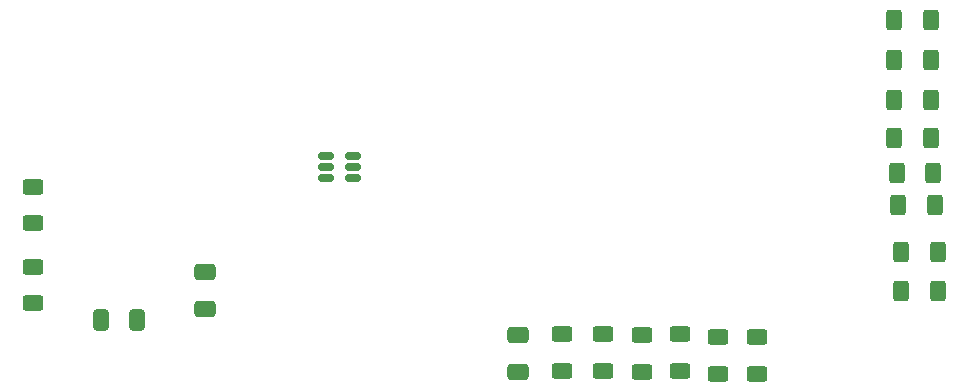
<source format=gbr>
%TF.GenerationSoftware,KiCad,Pcbnew,9.0.3*%
%TF.CreationDate,2025-12-16T11:33:00+01:00*%
%TF.ProjectId,PTP_Adrian_Pavlovic_Project1,5054505f-4164-4726-9961-6e5f5061766c,rev?*%
%TF.SameCoordinates,Original*%
%TF.FileFunction,Paste,Top*%
%TF.FilePolarity,Positive*%
%FSLAX46Y46*%
G04 Gerber Fmt 4.6, Leading zero omitted, Abs format (unit mm)*
G04 Created by KiCad (PCBNEW 9.0.3) date 2025-12-16 11:33:00*
%MOMM*%
%LPD*%
G01*
G04 APERTURE LIST*
G04 Aperture macros list*
%AMRoundRect*
0 Rectangle with rounded corners*
0 $1 Rounding radius*
0 $2 $3 $4 $5 $6 $7 $8 $9 X,Y pos of 4 corners*
0 Add a 4 corners polygon primitive as box body*
4,1,4,$2,$3,$4,$5,$6,$7,$8,$9,$2,$3,0*
0 Add four circle primitives for the rounded corners*
1,1,$1+$1,$2,$3*
1,1,$1+$1,$4,$5*
1,1,$1+$1,$6,$7*
1,1,$1+$1,$8,$9*
0 Add four rect primitives between the rounded corners*
20,1,$1+$1,$2,$3,$4,$5,0*
20,1,$1+$1,$4,$5,$6,$7,0*
20,1,$1+$1,$6,$7,$8,$9,0*
20,1,$1+$1,$8,$9,$2,$3,0*%
G04 Aperture macros list end*
%ADD10RoundRect,0.250000X0.625000X-0.400000X0.625000X0.400000X-0.625000X0.400000X-0.625000X-0.400000X0*%
%ADD11RoundRect,0.250000X-0.400000X-0.625000X0.400000X-0.625000X0.400000X0.625000X-0.400000X0.625000X0*%
%ADD12RoundRect,0.250000X-0.625000X0.400000X-0.625000X-0.400000X0.625000X-0.400000X0.625000X0.400000X0*%
%ADD13RoundRect,0.150000X0.512500X0.150000X-0.512500X0.150000X-0.512500X-0.150000X0.512500X-0.150000X0*%
%ADD14RoundRect,0.250000X0.650000X-0.412500X0.650000X0.412500X-0.650000X0.412500X-0.650000X-0.412500X0*%
%ADD15RoundRect,0.250000X-0.650000X0.412500X-0.650000X-0.412500X0.650000X-0.412500X0.650000X0.412500X0*%
%ADD16RoundRect,0.250000X0.412500X0.650000X-0.412500X0.650000X-0.412500X-0.650000X0.412500X-0.650000X0*%
G04 APERTURE END LIST*
D10*
%TO.C,R9*%
X137500000Y-135350000D03*
X137500000Y-132250000D03*
%TD*%
D11*
%TO.C,R16*%
X158900000Y-115560000D03*
X162000000Y-115560000D03*
%TD*%
D10*
%TO.C,R11*%
X144000000Y-135550000D03*
X144000000Y-132450000D03*
%TD*%
D11*
%TO.C,R15*%
X158900000Y-105560000D03*
X162000000Y-105560000D03*
%TD*%
D12*
%TO.C,R19*%
X86000000Y-119700000D03*
X86000000Y-122800000D03*
%TD*%
D11*
%TO.C,R8*%
X159450000Y-125250000D03*
X162550000Y-125250000D03*
%TD*%
D13*
%TO.C,U6*%
X113025000Y-118950000D03*
X113025000Y-118000000D03*
X113025000Y-117050000D03*
X110750000Y-117050000D03*
X110750000Y-118000000D03*
X110750000Y-118950000D03*
%TD*%
D11*
%TO.C,R6*%
X159200000Y-121250000D03*
X162300000Y-121250000D03*
%TD*%
%TO.C,R14*%
X159450000Y-128500000D03*
X162550000Y-128500000D03*
%TD*%
%TO.C,R17*%
X158900000Y-109000000D03*
X162000000Y-109000000D03*
%TD*%
D14*
%TO.C,C3*%
X127000000Y-135375000D03*
X127000000Y-132250000D03*
%TD*%
D15*
%TO.C,C5*%
X100500000Y-126937500D03*
X100500000Y-130062500D03*
%TD*%
D11*
%TO.C,R18*%
X158900000Y-112310000D03*
X162000000Y-112310000D03*
%TD*%
D10*
%TO.C,R12*%
X147250000Y-135550000D03*
X147250000Y-132450000D03*
%TD*%
D16*
%TO.C,C4*%
X94812500Y-131000000D03*
X91687500Y-131000000D03*
%TD*%
D10*
%TO.C,R7*%
X134250000Y-135300000D03*
X134250000Y-132200000D03*
%TD*%
%TO.C,R13*%
X130750000Y-135300000D03*
X130750000Y-132200000D03*
%TD*%
%TO.C,R10*%
X140750000Y-135300000D03*
X140750000Y-132200000D03*
%TD*%
D11*
%TO.C,R5*%
X159100000Y-118560000D03*
X162200000Y-118560000D03*
%TD*%
D12*
%TO.C,R20*%
X86000000Y-126450000D03*
X86000000Y-129550000D03*
%TD*%
M02*

</source>
